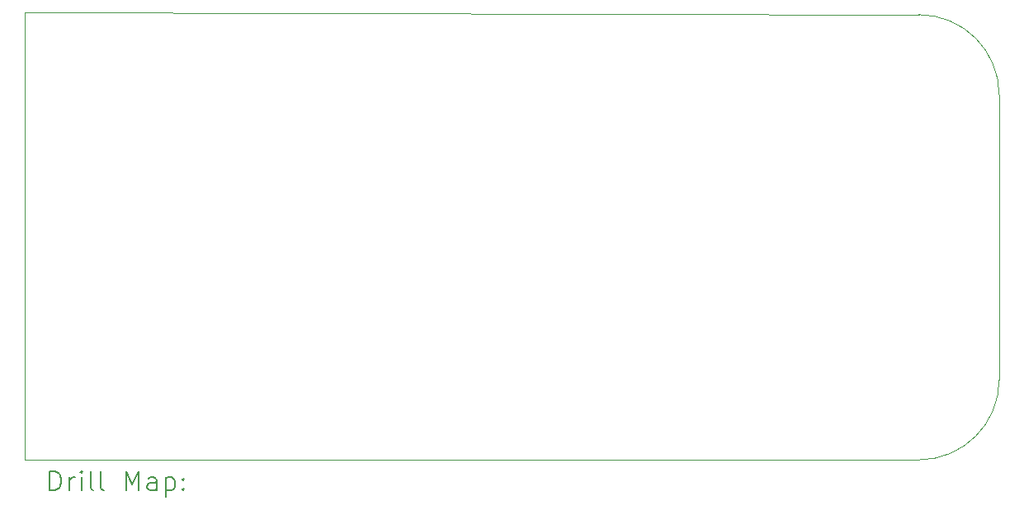
<source format=gbr>
%TF.GenerationSoftware,KiCad,Pcbnew,8.0.7*%
%TF.CreationDate,2024-12-28T15:12:02+03:00*%
%TF.ProjectId,FiveSwitch,46697665-5377-4697-9463-682e6b696361,rev?*%
%TF.SameCoordinates,Original*%
%TF.FileFunction,Drillmap*%
%TF.FilePolarity,Positive*%
%FSLAX45Y45*%
G04 Gerber Fmt 4.5, Leading zero omitted, Abs format (unit mm)*
G04 Created by KiCad (PCBNEW 8.0.7) date 2024-12-28 15:12:02*
%MOMM*%
%LPD*%
G01*
G04 APERTURE LIST*
%ADD10C,0.050000*%
%ADD11C,0.200000*%
G04 APERTURE END LIST*
D10*
X9925000Y-5075000D02*
X19100000Y-5100000D01*
X9925000Y-9675000D02*
X9925000Y-5075000D01*
X19100000Y-5100000D02*
G75*
G02*
X19925000Y-5925000I0J-825000D01*
G01*
X19925000Y-8850000D02*
G75*
G02*
X19100000Y-9675000I-825000J0D01*
G01*
X9925000Y-9675000D02*
X19100000Y-9675000D01*
X19925000Y-5925000D02*
X19925000Y-8850000D01*
D11*
X10183277Y-9988984D02*
X10183277Y-9788984D01*
X10183277Y-9788984D02*
X10230896Y-9788984D01*
X10230896Y-9788984D02*
X10259467Y-9798508D01*
X10259467Y-9798508D02*
X10278515Y-9817555D01*
X10278515Y-9817555D02*
X10288039Y-9836603D01*
X10288039Y-9836603D02*
X10297563Y-9874698D01*
X10297563Y-9874698D02*
X10297563Y-9903270D01*
X10297563Y-9903270D02*
X10288039Y-9941365D01*
X10288039Y-9941365D02*
X10278515Y-9960412D01*
X10278515Y-9960412D02*
X10259467Y-9979460D01*
X10259467Y-9979460D02*
X10230896Y-9988984D01*
X10230896Y-9988984D02*
X10183277Y-9988984D01*
X10383277Y-9988984D02*
X10383277Y-9855650D01*
X10383277Y-9893746D02*
X10392801Y-9874698D01*
X10392801Y-9874698D02*
X10402324Y-9865174D01*
X10402324Y-9865174D02*
X10421372Y-9855650D01*
X10421372Y-9855650D02*
X10440420Y-9855650D01*
X10507086Y-9988984D02*
X10507086Y-9855650D01*
X10507086Y-9788984D02*
X10497563Y-9798508D01*
X10497563Y-9798508D02*
X10507086Y-9808031D01*
X10507086Y-9808031D02*
X10516610Y-9798508D01*
X10516610Y-9798508D02*
X10507086Y-9788984D01*
X10507086Y-9788984D02*
X10507086Y-9808031D01*
X10630896Y-9988984D02*
X10611848Y-9979460D01*
X10611848Y-9979460D02*
X10602324Y-9960412D01*
X10602324Y-9960412D02*
X10602324Y-9788984D01*
X10735658Y-9988984D02*
X10716610Y-9979460D01*
X10716610Y-9979460D02*
X10707086Y-9960412D01*
X10707086Y-9960412D02*
X10707086Y-9788984D01*
X10964229Y-9988984D02*
X10964229Y-9788984D01*
X10964229Y-9788984D02*
X11030896Y-9931841D01*
X11030896Y-9931841D02*
X11097563Y-9788984D01*
X11097563Y-9788984D02*
X11097563Y-9988984D01*
X11278515Y-9988984D02*
X11278515Y-9884222D01*
X11278515Y-9884222D02*
X11268991Y-9865174D01*
X11268991Y-9865174D02*
X11249943Y-9855650D01*
X11249943Y-9855650D02*
X11211848Y-9855650D01*
X11211848Y-9855650D02*
X11192801Y-9865174D01*
X11278515Y-9979460D02*
X11259467Y-9988984D01*
X11259467Y-9988984D02*
X11211848Y-9988984D01*
X11211848Y-9988984D02*
X11192801Y-9979460D01*
X11192801Y-9979460D02*
X11183277Y-9960412D01*
X11183277Y-9960412D02*
X11183277Y-9941365D01*
X11183277Y-9941365D02*
X11192801Y-9922317D01*
X11192801Y-9922317D02*
X11211848Y-9912793D01*
X11211848Y-9912793D02*
X11259467Y-9912793D01*
X11259467Y-9912793D02*
X11278515Y-9903270D01*
X11373753Y-9855650D02*
X11373753Y-10055650D01*
X11373753Y-9865174D02*
X11392801Y-9855650D01*
X11392801Y-9855650D02*
X11430896Y-9855650D01*
X11430896Y-9855650D02*
X11449943Y-9865174D01*
X11449943Y-9865174D02*
X11459467Y-9874698D01*
X11459467Y-9874698D02*
X11468991Y-9893746D01*
X11468991Y-9893746D02*
X11468991Y-9950889D01*
X11468991Y-9950889D02*
X11459467Y-9969936D01*
X11459467Y-9969936D02*
X11449943Y-9979460D01*
X11449943Y-9979460D02*
X11430896Y-9988984D01*
X11430896Y-9988984D02*
X11392801Y-9988984D01*
X11392801Y-9988984D02*
X11373753Y-9979460D01*
X11554705Y-9969936D02*
X11564229Y-9979460D01*
X11564229Y-9979460D02*
X11554705Y-9988984D01*
X11554705Y-9988984D02*
X11545182Y-9979460D01*
X11545182Y-9979460D02*
X11554705Y-9969936D01*
X11554705Y-9969936D02*
X11554705Y-9988984D01*
X11554705Y-9865174D02*
X11564229Y-9874698D01*
X11564229Y-9874698D02*
X11554705Y-9884222D01*
X11554705Y-9884222D02*
X11545182Y-9874698D01*
X11545182Y-9874698D02*
X11554705Y-9865174D01*
X11554705Y-9865174D02*
X11554705Y-9884222D01*
M02*

</source>
